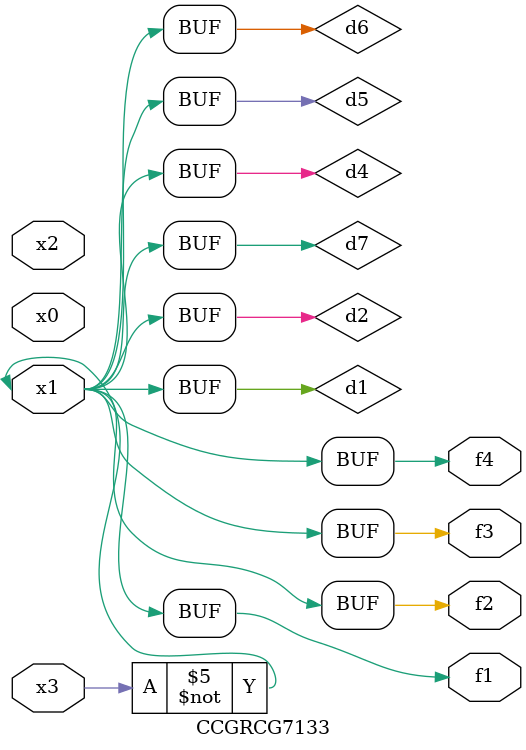
<source format=v>
module CCGRCG7133(
	input x0, x1, x2, x3,
	output f1, f2, f3, f4
);

	wire d1, d2, d3, d4, d5, d6, d7;

	not (d1, x3);
	buf (d2, x1);
	xnor (d3, d1, d2);
	nor (d4, d1);
	buf (d5, d1, d2);
	buf (d6, d4, d5);
	nand (d7, d4);
	assign f1 = d6;
	assign f2 = d7;
	assign f3 = d6;
	assign f4 = d6;
endmodule

</source>
